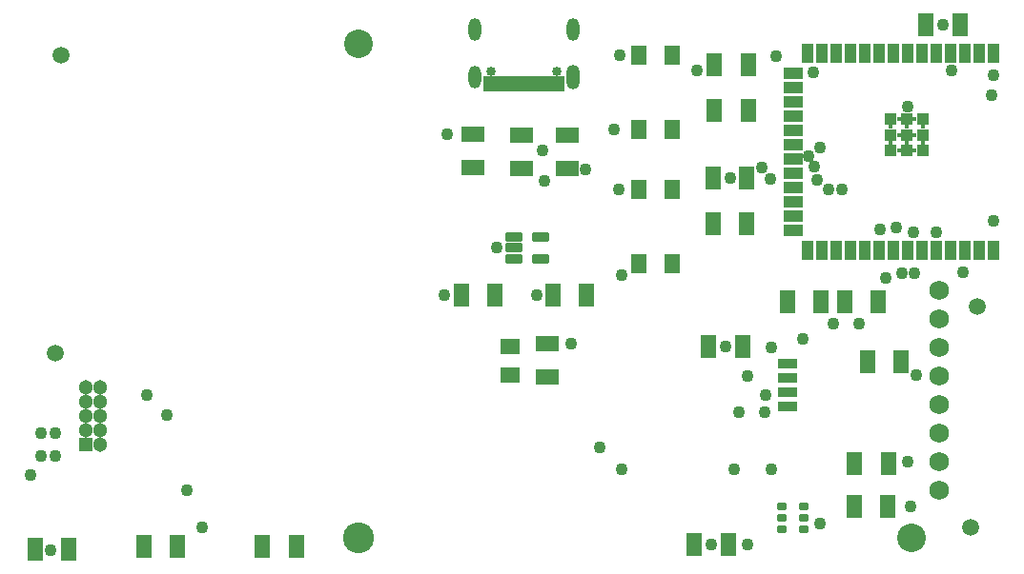
<source format=gts>
G04*
G04 #@! TF.GenerationSoftware,Altium Limited,Altium Designer,24.2.2 (26)*
G04*
G04 Layer_Color=8388736*
%FSLAX44Y44*%
%MOMM*%
G71*
G04*
G04 #@! TF.SameCoordinates,46537A69-6C61-4849-90A4-6659EB9BC9F3*
G04*
G04*
G04 #@! TF.FilePolarity,Negative*
G04*
G01*
G75*
%ADD28R,1.3208X2.0066*%
%ADD29R,1.1032X1.1032*%
%ADD30R,1.1032X1.7032*%
%ADD31R,1.7032X1.1032*%
G04:AMPARAMS|DCode=32|XSize=0.8032mm|YSize=1.5532mm|CornerRadius=0.1466mm|HoleSize=0mm|Usage=FLASHONLY|Rotation=270.000|XOffset=0mm|YOffset=0mm|HoleType=Round|Shape=RoundedRectangle|*
%AMROUNDEDRECTD32*
21,1,0.8032,1.2600,0,0,270.0*
21,1,0.5100,1.5532,0,0,270.0*
1,1,0.2932,-0.6300,-0.2550*
1,1,0.2932,-0.6300,0.2550*
1,1,0.2932,0.6300,0.2550*
1,1,0.2932,0.6300,-0.2550*
%
%ADD32ROUNDEDRECTD32*%
%ADD33R,0.5032X1.3432*%
%ADD34R,1.4032X1.7032*%
%ADD35R,1.7032X1.4032*%
%ADD36R,2.0066X1.3208*%
%ADD37R,1.8032X0.9032*%
G04:AMPARAMS|DCode=38|XSize=0.9132mm|YSize=0.7332mm|CornerRadius=0.1679mm|HoleSize=0mm|Usage=FLASHONLY|Rotation=0.000|XOffset=0mm|YOffset=0mm|HoleType=Round|Shape=RoundedRectangle|*
%AMROUNDEDRECTD38*
21,1,0.9132,0.3975,0,0,0.0*
21,1,0.5775,0.7332,0,0,0.0*
1,1,0.3357,0.2888,-0.1988*
1,1,0.3357,-0.2888,-0.1988*
1,1,0.3357,-0.2888,0.1988*
1,1,0.3357,0.2888,0.1988*
%
%ADD38ROUNDEDRECTD38*%
%ADD39C,1.7272*%
%ADD40C,1.3032*%
%ADD41R,1.3032X1.3032*%
%ADD42C,0.4000*%
%ADD43C,0.8532*%
%ADD44O,1.2032X2.2032*%
%ADD45O,1.1032X2.0032*%
%ADD46C,1.0922*%
%ADD47C,2.7432*%
%ADD48C,2.5400*%
%ADD49C,1.5000*%
D28*
X253746Y275179D02*
D03*
X223774D02*
D03*
X148336D02*
D03*
X118364D02*
D03*
X813054Y739140D02*
D03*
X843026D02*
D03*
X620014Y453390D02*
D03*
X649986D02*
D03*
X637286Y276860D02*
D03*
X607314D02*
D03*
X21844Y273050D02*
D03*
X51816D02*
D03*
X653796Y562610D02*
D03*
X623824D02*
D03*
Y603250D02*
D03*
X653796D02*
D03*
X655066Y662940D02*
D03*
X625094D02*
D03*
Y703580D02*
D03*
X655066D02*
D03*
X790956Y439420D02*
D03*
X760984D02*
D03*
X400304Y499110D02*
D03*
X430276D02*
D03*
X770636Y492760D02*
D03*
X740664D02*
D03*
X481584Y499110D02*
D03*
X511556D02*
D03*
X719836Y492760D02*
D03*
X689864D02*
D03*
X749300Y311150D02*
D03*
X779272D02*
D03*
X749554Y349250D02*
D03*
X779526D02*
D03*
D29*
X795820Y641375D02*
D03*
Y655375D02*
D03*
Y627374D02*
D03*
X781820Y655375D02*
D03*
Y641375D02*
D03*
Y627374D02*
D03*
X809820Y655375D02*
D03*
Y641375D02*
D03*
Y627374D02*
D03*
D30*
X873020Y713875D02*
D03*
X860320D02*
D03*
X847620D02*
D03*
X834920D02*
D03*
X822220D02*
D03*
X809520D02*
D03*
X796820D02*
D03*
X784120D02*
D03*
X771420D02*
D03*
X758720D02*
D03*
X746020D02*
D03*
X733320D02*
D03*
X720620D02*
D03*
X707920D02*
D03*
Y538875D02*
D03*
X720620D02*
D03*
X733320D02*
D03*
X746020D02*
D03*
X758720D02*
D03*
X771420D02*
D03*
X784120D02*
D03*
X796820D02*
D03*
X809520D02*
D03*
X822220D02*
D03*
X834920D02*
D03*
X847620D02*
D03*
X860320D02*
D03*
X873020D02*
D03*
D31*
X695420Y696225D02*
D03*
Y683524D02*
D03*
Y670825D02*
D03*
Y658124D02*
D03*
Y645424D02*
D03*
Y632724D02*
D03*
Y620024D02*
D03*
Y607324D02*
D03*
Y594624D02*
D03*
Y581925D02*
D03*
Y569225D02*
D03*
Y556525D02*
D03*
D32*
X446620Y550520D02*
D03*
Y541020D02*
D03*
Y531520D02*
D03*
X470320D02*
D03*
Y550520D02*
D03*
D33*
X458430Y687070D02*
D03*
X463430D02*
D03*
X468430D02*
D03*
X473430D02*
D03*
X478430D02*
D03*
X481430D02*
D03*
X486430D02*
D03*
X489430D02*
D03*
X453430D02*
D03*
X448430D02*
D03*
X443430D02*
D03*
X438430D02*
D03*
X433430D02*
D03*
X430430D02*
D03*
X425430D02*
D03*
X422430D02*
D03*
D34*
X587770Y527070D02*
D03*
X557770Y593070D02*
D03*
X587770D02*
D03*
X557770Y527070D02*
D03*
X587770Y646450D02*
D03*
X557770Y712450D02*
D03*
X587770D02*
D03*
X557770Y646450D02*
D03*
D35*
X443230Y453440D02*
D03*
Y427940D02*
D03*
D36*
X453390Y641096D02*
D03*
Y611124D02*
D03*
X476250Y455676D02*
D03*
Y425704D02*
D03*
X494030Y641096D02*
D03*
Y611124D02*
D03*
X410210Y642366D02*
D03*
Y612394D02*
D03*
D37*
X689610Y438150D02*
D03*
Y425450D02*
D03*
Y412750D02*
D03*
Y400050D02*
D03*
D38*
X684840Y310990D02*
D03*
Y300990D02*
D03*
Y290990D02*
D03*
X704540D02*
D03*
Y300990D02*
D03*
Y310990D02*
D03*
D39*
X824735Y325120D02*
D03*
Y350520D02*
D03*
Y375920D02*
D03*
Y401320D02*
D03*
Y426720D02*
D03*
Y452120D02*
D03*
Y477520D02*
D03*
Y502920D02*
D03*
D40*
X66548Y416560D02*
D03*
X79248D02*
D03*
X66548Y403860D02*
D03*
X79248D02*
D03*
X66548Y391160D02*
D03*
X79248D02*
D03*
X66548Y378460D02*
D03*
X79248D02*
D03*
Y365760D02*
D03*
D41*
X66548D02*
D03*
D42*
X802820Y641375D02*
D03*
Y655375D02*
D03*
Y627374D02*
D03*
X788820Y655375D02*
D03*
Y641375D02*
D03*
Y627374D02*
D03*
X809820Y648374D02*
D03*
Y634375D02*
D03*
X795820Y648374D02*
D03*
Y634375D02*
D03*
X781820Y648374D02*
D03*
Y634375D02*
D03*
D43*
X484830Y697770D02*
D03*
X427030D02*
D03*
D44*
X499180Y692970D02*
D03*
D45*
Y734770D02*
D03*
X412680D02*
D03*
Y692970D02*
D03*
D46*
X796290Y666750D02*
D03*
X675640Y344170D02*
D03*
X642620D02*
D03*
X542925D02*
D03*
X796290Y350520D02*
D03*
X669290Y394970D02*
D03*
X646430D02*
D03*
X523240Y363220D02*
D03*
X803910Y427990D02*
D03*
X777240Y514350D02*
D03*
X791210Y518160D02*
D03*
X802640D02*
D03*
X845820Y519430D02*
D03*
X772160Y557530D02*
D03*
X786130Y558800D02*
D03*
X801370Y554990D02*
D03*
X821690D02*
D03*
X871220Y676910D02*
D03*
X835660Y698500D02*
D03*
X726440Y593090D02*
D03*
X737870D02*
D03*
X716255Y601756D02*
D03*
X718820Y629920D02*
D03*
X708660Y622300D02*
D03*
X635000Y453390D02*
D03*
X120650Y410210D02*
D03*
X138430Y392430D02*
D03*
X156210Y325120D02*
D03*
X170180Y292100D02*
D03*
X17780Y339090D02*
D03*
X39370Y375920D02*
D03*
Y355600D02*
D03*
X26670D02*
D03*
Y375920D02*
D03*
X828040Y739140D02*
D03*
X872490Y694690D02*
D03*
X712470Y697230D02*
D03*
X674370Y601980D02*
D03*
X667385Y612140D02*
D03*
X679445Y711195D02*
D03*
X609600Y698500D02*
D03*
X638810Y603250D02*
D03*
X872755Y564885D02*
D03*
X730250Y473710D02*
D03*
X753110D02*
D03*
X622300Y276860D02*
D03*
X654050D02*
D03*
X670560Y410210D02*
D03*
X654050Y426720D02*
D03*
X718820Y295910D02*
D03*
X798830Y311150D02*
D03*
X675640Y452120D02*
D03*
X703580Y459740D02*
D03*
X35560Y271780D02*
D03*
X713740Y613410D02*
D03*
X542290Y516890D02*
D03*
X541020Y712470D02*
D03*
X539770Y593070D02*
D03*
X535940Y646430D02*
D03*
X497840Y455930D02*
D03*
X384810Y499110D02*
D03*
X467360D02*
D03*
X431800Y541020D02*
D03*
X387604Y642366D02*
D03*
X510540Y610870D02*
D03*
X472440Y627380D02*
D03*
X473710Y600710D02*
D03*
D47*
X308610Y283210D02*
D03*
D48*
Y722630D02*
D03*
X800100Y283210D02*
D03*
D49*
X858520Y488950D02*
D03*
X44450Y712470D02*
D03*
X39370Y447040D02*
D03*
X852170Y292100D02*
D03*
M02*

</source>
